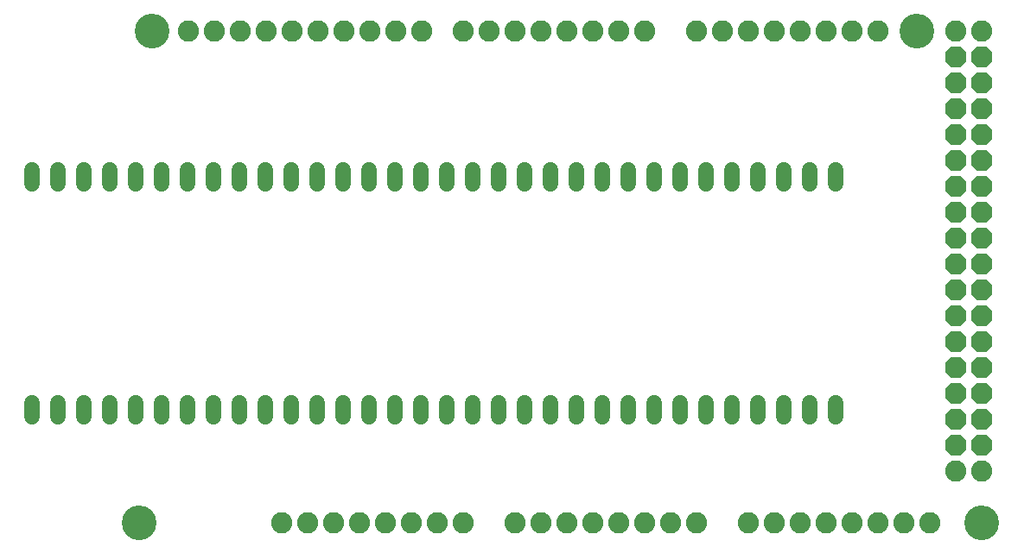
<source format=gbr>
G04 EAGLE Gerber RS-274X export*
G75*
%MOMM*%
%FSLAX34Y34*%
%LPD*%
%INSoldermask Bottom*%
%IPPOS*%
%AMOC8*
5,1,8,0,0,1.08239X$1,22.5*%
G01*
%ADD10C,2.082800*%
%ADD11P,2.254402X8X112.500000*%
%ADD12C,3.403200*%
%ADD13C,1.524000*%


D10*
X790702Y54610D03*
X816102Y54610D03*
X841502Y54610D03*
X866902Y54610D03*
X892302Y54610D03*
X917702Y54610D03*
X943102Y54610D03*
X765302Y54610D03*
X739902Y537210D03*
X765302Y537210D03*
X790702Y537210D03*
X816102Y537210D03*
X841502Y537210D03*
X866902Y537210D03*
X892302Y537210D03*
X714502Y537210D03*
X562102Y54610D03*
X587502Y54610D03*
X612902Y54610D03*
X638302Y54610D03*
X663702Y54610D03*
X689102Y54610D03*
X714502Y54610D03*
X536702Y54610D03*
X511302Y537210D03*
X536702Y537210D03*
X562102Y537210D03*
X587502Y537210D03*
X612902Y537210D03*
X638302Y537210D03*
X663702Y537210D03*
X485902Y537210D03*
X292862Y537210D03*
X318262Y537210D03*
X343662Y537210D03*
X369062Y537210D03*
X394462Y537210D03*
X419862Y537210D03*
X445262Y537210D03*
X267462Y537210D03*
D11*
X993902Y334010D03*
X968502Y334010D03*
X993902Y359410D03*
X968502Y359410D03*
X993902Y384810D03*
X968502Y384810D03*
X993902Y410210D03*
X968502Y410210D03*
X993902Y435610D03*
X968502Y435610D03*
X993902Y461010D03*
X968502Y461010D03*
X993902Y486410D03*
X968502Y486410D03*
X993902Y511810D03*
X968502Y511810D03*
X993902Y130810D03*
X968502Y130810D03*
X993902Y156210D03*
X968502Y156210D03*
X993902Y181610D03*
X968502Y181610D03*
X993902Y207010D03*
X968502Y207010D03*
X993902Y232410D03*
X968502Y232410D03*
X993902Y257810D03*
X968502Y257810D03*
X993902Y283210D03*
X968502Y283210D03*
X993902Y308610D03*
X968502Y308610D03*
D10*
X968502Y105410D03*
X993902Y105410D03*
X968502Y537210D03*
X993902Y537210D03*
X358902Y54610D03*
X384302Y54610D03*
X409702Y54610D03*
X435102Y54610D03*
X460502Y54610D03*
X485902Y54610D03*
D12*
X181102Y537210D03*
X168402Y54610D03*
X930402Y537210D03*
X993902Y54610D03*
D10*
X333502Y54610D03*
X308102Y54610D03*
X242062Y537210D03*
X216662Y537210D03*
D13*
X63246Y171831D02*
X63246Y158623D01*
X88646Y158623D02*
X88646Y171831D01*
X114046Y171831D02*
X114046Y158623D01*
X139446Y158623D02*
X139446Y171831D01*
X164846Y171831D02*
X164846Y158623D01*
X190246Y158623D02*
X190246Y171831D01*
X215646Y171831D02*
X215646Y158623D01*
X241046Y158623D02*
X241046Y171831D01*
X266446Y171831D02*
X266446Y158623D01*
X291846Y158623D02*
X291846Y171831D01*
X317246Y171831D02*
X317246Y158623D01*
X342646Y158623D02*
X342646Y171831D01*
X368046Y171831D02*
X368046Y158623D01*
X393446Y158623D02*
X393446Y171831D01*
X418846Y171831D02*
X418846Y158623D01*
X444246Y158623D02*
X444246Y171831D01*
X469646Y171831D02*
X469646Y158623D01*
X495046Y158623D02*
X495046Y171831D01*
X520446Y171831D02*
X520446Y158623D01*
X850646Y158623D02*
X850646Y171831D01*
X850646Y387223D02*
X850646Y400431D01*
X520446Y400431D02*
X520446Y387223D01*
X495046Y387223D02*
X495046Y400431D01*
X469646Y400431D02*
X469646Y387223D01*
X444246Y387223D02*
X444246Y400431D01*
X418846Y400431D02*
X418846Y387223D01*
X393446Y387223D02*
X393446Y400431D01*
X368046Y400431D02*
X368046Y387223D01*
X342646Y387223D02*
X342646Y400431D01*
X317246Y400431D02*
X317246Y387223D01*
X291846Y387223D02*
X291846Y400431D01*
X266446Y400431D02*
X266446Y387223D01*
X241046Y387223D02*
X241046Y400431D01*
X215646Y400431D02*
X215646Y387223D01*
X190246Y387223D02*
X190246Y400431D01*
X164846Y400431D02*
X164846Y387223D01*
X139446Y387223D02*
X139446Y400431D01*
X114046Y400431D02*
X114046Y387223D01*
X88646Y387223D02*
X88646Y400431D01*
X63246Y400431D02*
X63246Y387223D01*
X545846Y171831D02*
X545846Y158623D01*
X571246Y158623D02*
X571246Y171831D01*
X596646Y171831D02*
X596646Y158623D01*
X622046Y158623D02*
X622046Y171831D01*
X647446Y171831D02*
X647446Y158623D01*
X672846Y158623D02*
X672846Y171831D01*
X698246Y171831D02*
X698246Y158623D01*
X723646Y158623D02*
X723646Y171831D01*
X749046Y171831D02*
X749046Y158623D01*
X774446Y158623D02*
X774446Y171831D01*
X799846Y171831D02*
X799846Y158623D01*
X825246Y158623D02*
X825246Y171831D01*
X545846Y387223D02*
X545846Y400431D01*
X571246Y400431D02*
X571246Y387223D01*
X596646Y387223D02*
X596646Y400431D01*
X622046Y400431D02*
X622046Y387223D01*
X647446Y387223D02*
X647446Y400431D01*
X672846Y400431D02*
X672846Y387223D01*
X698246Y387223D02*
X698246Y400431D01*
X723646Y400431D02*
X723646Y387223D01*
X749046Y387223D02*
X749046Y400431D01*
X774446Y400431D02*
X774446Y387223D01*
X799846Y387223D02*
X799846Y400431D01*
X825246Y400431D02*
X825246Y387223D01*
M02*

</source>
